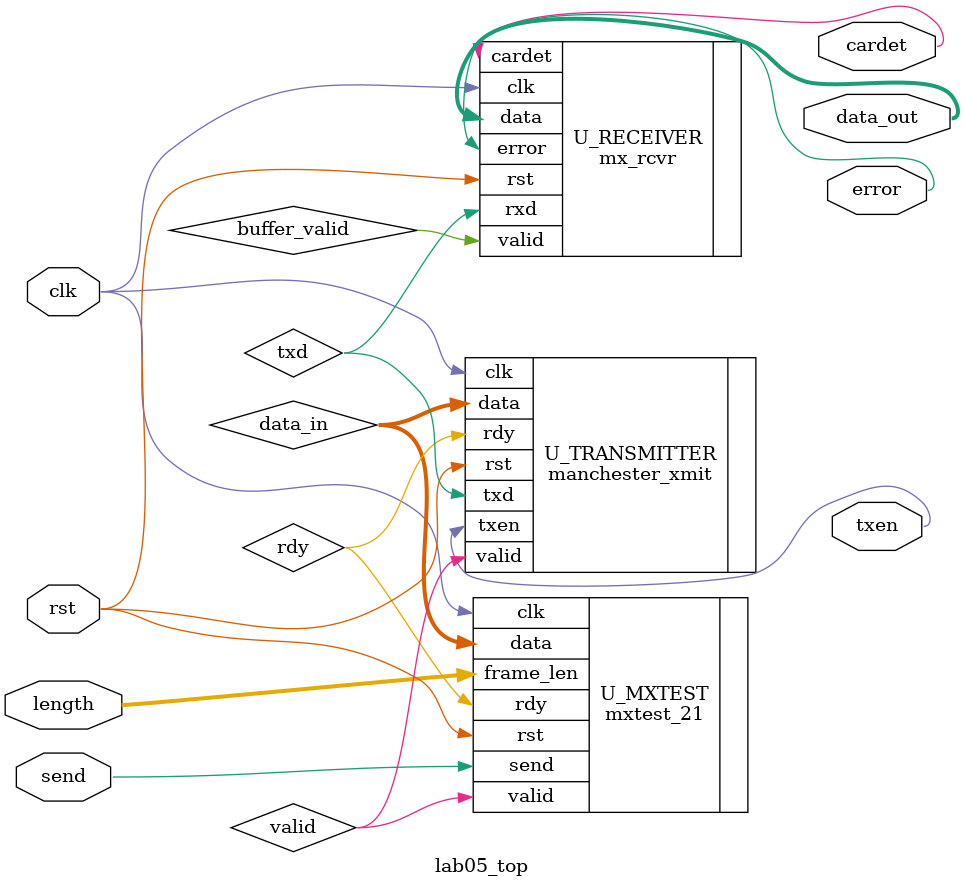
<source format=sv>
`timescale 1ns / 1ps


module lab05_top(
    //input logic clk, rst,send,btnd,
    input logic clk, rst,send,
    input logic [5:0] length,
    output logic cardet, error, txen,
    output logic [7:0] data_out );

    parameter BAUD_RATE = 9600;
    logic txd, valid, rdy,buffer_valid,uart_txd,uart_rdy,buffer_pulse;
    logic [7:0] data_in,buffer_out;



    mxtest_21 U_MXTEST(.clk(clk), .rst(rst), .send(send), .rdy(rdy), .frame_len(length), .data(data_in),.valid(valid));

    // RECIEVER
    mx_rcvr #(.BIT_RATE(BAUD_RATE)) U_RECEIVER(.clk(clk), .rst(rst), .rxd(txd), .valid(buffer_valid), .cardet(cardet), .error(error), .data(data_out));

    // TRANSMITTER
    manchester_xmit #(.BAUD_RATE(BAUD_RATE)) U_TRANSMITTER(.clk(clk),.rst(rst),.valid(valid), .data(data_in), .rdy(rdy), .txen(txen), .txd(txd));



endmodule

</source>
